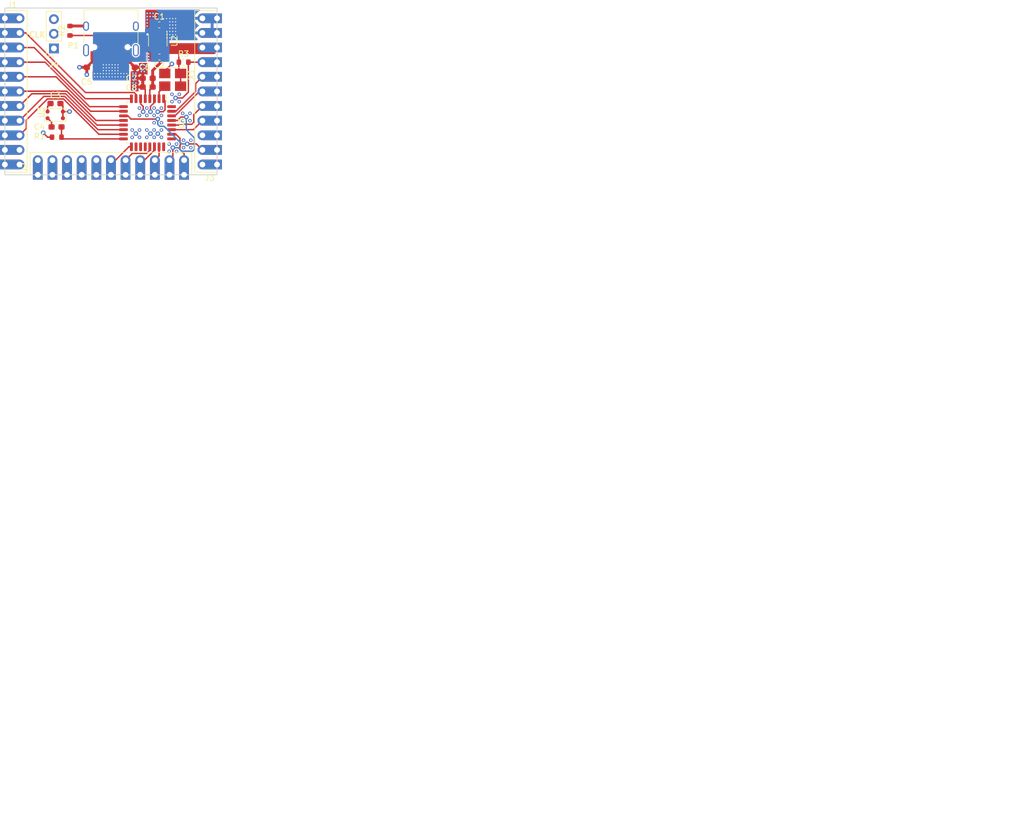
<source format=kicad_pcb>
(kicad_pcb (version 20171130) (host pcbnew 5.1.12-84ad8e8a86~92~ubuntu20.04.1)
  (layers (0 F.Cu signal) (1 In1.Cu power) (2 In2.Cu power hide) (31 B.Cu mixed) (34 B.Paste user) (35 F.Paste user) (36 B.SilkS user) (37 F.SilkS user) (38 B.Mask user) (39 F.Mask user) (44 Edge.Cuts user))
  (net 0 "")
  (net 1 /SPI2_SCK)
  (net 2 /UART_RX)
  (net 3 /I2C1_SCL)
  (net 4 /SYS_WAKEUP)
  (net 5 GND)
  (net 6 /UART_RTS)
  (net 7 /GPIO_0)
  (net 8 /SYS_SWCLK)
  (net 9 /SYS_SWDIO)
  (net 10 /I2C2_SDA)
  (net 11 /I2C2_SCL)
  (net 12 /SPI2_MOSI)
  (net 13 /GPIO_2)
  (net 14 /UART_TX)
  (net 15 /SPI2_NSS)
  (net 16 /SPI2_MISO)
  (net 17 /ADC_IN)
  (net 18 /SPI1_NSS)
  (net 19 /SPI1_MOSI)
  (net 20 /SPI1_MISO)
  (net 21 /SPI1_SCK)
  (net 22 /DMX_RX)
  (net 23 /DMX_TX)
  (net 24 /DMX_RTS)
  (net 25 /NRST)
  (net 26 /GPIO_1)
  (net 27 /OSC_IN)
  (net 28 /I2C1_SDA)
  (net 29 +5V)
  (net 30 +3V3)
  (net 31 /DMX_CTS)
  (net 32 /UART_CTS)
  (net 33 "Net-(P1-PadA7)")
  (net 34 "Net-(P1-PadB5)")
  (net 35 "Net-(P1-PadA6)")
  (net 36 "Net-(U2-Pad4)")
  (net 37 /MIC_OUT)
  (net 38 /MIC_MCU)
  (net 39 /USB_CC_pull)
  (module Connector_PinSocket_2.54mm:PinSocket_1x03_P2.54mm_Vertical (layer F.Cu) (at -9.906 -19.4056 180)
    (fp_text reference J4 (at 0 -2.77) (layer F.SilkS))
    (fp_text value Conn_01x03)
    (pad 3 thru_hole oval (at 0 5.08 180) (size 1.7 1.7) (drill 1) (layers *.Cu *.Mask) (net 5 GND))
    (pad 2 thru_hole oval (at 0 2.54 180) (size 1.7 1.7) (drill 1) (layers *.Cu *.Mask) (net 8 /SYS_SWCLK))
    (pad 1 thru_hole rect (at 0 0 180) (size 1.7 1.7) (drill 1) (layers *.Cu *.Mask) (net 9 /SYS_SWDIO))
  )
  (module Package_QFP:LQFP-32_7x7mm_P0.8mm (layer F.Cu) (at 6.35 -6.493 270)
    (fp_text reference U1 (at 0 -5.88 90) (layer F.SilkS))
    (fp_text value STM32G030K6T)
    (pad 32 smd roundrect (at -2.8 -4.175 270) (size 0.5 1.5) (layers F.Cu F.Paste F.Mask) (net 1 /SPI2_SCK))
    (pad 31 smd roundrect (at -2 -4.175 270) (size 0.5 1.5) (layers F.Cu F.Paste F.Mask) (net 2 /UART_RX))
    (pad 30 smd roundrect (at -1.2 -4.175 270) (size 0.5 1.5) (layers F.Cu F.Paste F.Mask) (net 14 /UART_TX))
    (pad 29 smd roundrect (at -0.4 -4.175 270) (size 0.5 1.5) (layers F.Cu F.Paste F.Mask) (net 4 /SYS_WAKEUP))
    (pad 28 smd roundrect (at 0.4 -4.175 270) (size 0.5 1.5) (layers F.Cu F.Paste F.Mask) (net 32 /UART_CTS))
    (pad 27 smd roundrect (at 1.2 -4.175 270) (size 0.5 1.5) (layers F.Cu F.Paste F.Mask) (net 6 /UART_RTS))
    (pad 26 smd roundrect (at 2 -4.175 270) (size 0.5 1.5) (layers F.Cu F.Paste F.Mask) (net 7 /GPIO_0))
    (pad 25 smd roundrect (at 2.8 -4.175 270) (size 0.5 1.5) (layers F.Cu F.Paste F.Mask) (net 8 /SYS_SWCLK))
    (pad 24 smd roundrect (at 4.175 -2.8 270) (size 1.5 0.5) (layers F.Cu F.Paste F.Mask) (net 9 /SYS_SWDIO))
    (pad 23 smd roundrect (at 4.175 -2 270) (size 1.5 0.5) (layers F.Cu F.Paste F.Mask) (net 10 /I2C2_SDA))
    (pad 22 smd roundrect (at 4.175 -1.2 270) (size 1.5 0.5) (layers F.Cu F.Paste F.Mask) (net 11 /I2C2_SCL))
    (pad 21 smd roundrect (at 4.175 -0.4 270) (size 1.5 0.5) (layers F.Cu F.Paste F.Mask) (net 12 /SPI2_MOSI))
    (pad 20 smd roundrect (at 4.175 0.4 270) (size 1.5 0.5) (layers F.Cu F.Paste F.Mask) (net 13 /GPIO_2))
    (pad 19 smd roundrect (at 4.175 1.2 270) (size 1.5 0.5) (layers F.Cu F.Paste F.Mask) (net 3 /I2C1_SCL))
    (pad 18 smd roundrect (at 4.175 2 270) (size 1.5 0.5) (layers F.Cu F.Paste F.Mask) (net 15 /SPI2_NSS))
    (pad 17 smd roundrect (at 4.175 2.8 270) (size 1.5 0.5) (layers F.Cu F.Paste F.Mask) (net 16 /SPI2_MISO))
    (pad 16 smd roundrect (at 2.8 4.175 270) (size 0.5 1.5) (layers F.Cu F.Paste F.Mask) (net 38 /MIC_MCU))
    (pad 15 smd roundrect (at 2 4.175 270) (size 0.5 1.5) (layers F.Cu F.Paste F.Mask) (net 18 /SPI1_NSS))
    (pad 14 smd roundrect (at 1.2 4.175 270) (size 0.5 1.5) (layers F.Cu F.Paste F.Mask) (net 19 /SPI1_MOSI))
    (pad 13 smd roundrect (at 0.4 4.175 270) (size 0.5 1.5) (layers F.Cu F.Paste F.Mask) (net 20 /SPI1_MISO))
    (pad 12 smd roundrect (at -0.4 4.175 270) (size 0.5 1.5) (layers F.Cu F.Paste F.Mask) (net 21 /SPI1_SCK))
    (pad 11 smd roundrect (at -1.2 4.175 270) (size 0.5 1.5) (layers F.Cu F.Paste F.Mask) (net 17 /ADC_IN))
    (pad 10 smd roundrect (at -2 4.175 270) (size 0.5 1.5) (layers F.Cu F.Paste F.Mask) (net 22 /DMX_RX))
    (pad 9 smd roundrect (at -2.8 4.175 270) (size 0.5 1.5) (layers F.Cu F.Paste F.Mask) (net 23 /DMX_TX))
    (pad 8 smd roundrect (at -4.175 2.8 270) (size 1.5 0.5) (layers F.Cu F.Paste F.Mask) (net 24 /DMX_RTS))
    (pad 7 smd roundrect (at -4.175 2 270) (size 1.5 0.5) (layers F.Cu F.Paste F.Mask) (net 31 /DMX_CTS))
    (pad 6 smd roundrect (at -4.175 1.2 270) (size 1.5 0.5) (layers F.Cu F.Paste F.Mask) (net 25 /NRST))
    (pad 5 smd roundrect (at -4.175 0.4 270) (size 1.5 0.5) (layers F.Cu F.Paste F.Mask) (net 5 GND))
    (pad 4 smd roundrect (at -4.175 -0.4 270) (size 1.5 0.5) (layers F.Cu F.Paste F.Mask) (net 30 +3V3))
    (pad 3 smd roundrect (at -4.175 -1.2 270) (size 1.5 0.5) (layers F.Cu F.Paste F.Mask) (net 26 /GPIO_1))
    (pad 2 smd roundrect (at -4.175 -2 270) (size 1.5 0.5) (layers F.Cu F.Paste F.Mask) (net 27 /OSC_IN))
    (pad 1 smd roundrect (at -4.175 -2.8 270) (size 1.5 0.5) (layers F.Cu F.Paste F.Mask) (net 28 /I2C1_SDA))
  )
  (module Oscillator:Oscillator_SMD_Abracon_ASE-4Pin_3.2x2.5mm_HandSoldering (layer F.Cu) (at 10.7154 -13.9524 180)
    (fp_text reference X1 (at -3.2546 0.932 90) (layer F.SilkS))
    (fp_text value CJO05-080003320B30)
    (pad 4 smd rect (at -1.375 -1.1 180) (size 1.95 1.65) (layers F.Cu F.Paste F.Mask) (net 30 +3V3))
    (pad 3 smd rect (at 1.375 -1.1 180) (size 1.95 1.65) (layers F.Cu F.Paste F.Mask) (net 27 /OSC_IN))
    (pad 2 smd rect (at 1.375 1.1 180) (size 1.95 1.65) (layers F.Cu F.Paste F.Mask) (net 5 GND))
    (pad 1 smd rect (at -1.375 1.1 180) (size 1.95 1.65) (layers F.Cu F.Paste F.Mask) (net 30 +3V3))
  )
  (module Capacitor_SMD:C_0603_1608Metric_Pad1.08x0.95mm_HandSolder (layer F.Cu) (at 6.3765 -12.7)
    (fp_text reference C8 (at -2.8205 0.127) (layer F.SilkS))
    (fp_text value 100n)
    (pad 2 smd roundrect (at 0.8625 0) (size 1.075 0.95) (layers F.Cu F.Paste F.Mask) (net 30 +3V3))
    (pad 1 smd roundrect (at -0.8625 0) (size 1.075 0.95) (layers F.Cu F.Paste F.Mask) (net 5 GND))
  )
  (module Capacitor_SMD:C_0603_1608Metric_Pad1.08x0.95mm_HandSolder (layer F.Cu) (at 6.3765 -14.224 180)
    (fp_text reference C7 (at 2.8205 0) (layer F.SilkS))
    (fp_text value 4.7u)
    (pad 2 smd roundrect (at 0.8625 0 180) (size 1.075 0.95) (layers F.Cu F.Paste F.Mask) (net 5 GND))
    (pad 1 smd roundrect (at -0.8625 0 180) (size 1.075 0.95) (layers F.Cu F.Paste F.Mask) (net 30 +3V3))
  )
  (module Resistor_SMD:R_0603_1608Metric (layer F.Cu) (at 12.6106 -17.018)
    (fp_text reference R3 (at 0 -1.43) (layer F.SilkS))
    (fp_text value 5k1)
    (pad 2 smd roundrect (at 0.825 0) (size 0.8 0.95) (layers F.Cu F.Paste F.Mask) (net 25 /NRST))
    (pad 1 smd roundrect (at -0.825 0) (size 0.8 0.95) (layers F.Cu F.Paste F.Mask) (net 30 +3V3))
  )
  (module Resistor_SMD:R_0603_1608Metric (layer F.Cu) (at -7.112 -22.479 90)
    (fp_text reference R2 (at 0 -1.43 90) (layer F.SilkS))
    (fp_text value 5k1)
    (pad 2 smd roundrect (at 0.825 0 90) (size 0.8 0.95) (layers F.Cu F.Paste F.Mask) (net 5 GND))
    (pad 1 smd roundrect (at -0.825 0 90) (size 0.8 0.95) (layers F.Cu F.Paste F.Mask) (net 39 /USB_CC_pull))
  )
  (module Capacitor_SMD:C_0603_1608Metric_Pad1.08x0.95mm_HandSolder (layer F.Cu) (at 3.2755 -16.129)
    (fp_text reference C6 (at 2.5665 0) (layer F.SilkS))
    (fp_text value 4.7u)
    (pad 2 smd roundrect (at 0.8625 0) (size 1.075 0.95) (layers F.Cu F.Paste F.Mask) (net 5 GND))
    (pad 1 smd roundrect (at -0.8625 0) (size 1.075 0.95) (layers F.Cu F.Paste F.Mask) (net 29 +5V))
  )
  (module Capacitor_SMD:C_0603_1608Metric_Pad1.08x0.95mm_HandSolder (layer F.Cu) (at -3.3285 -16.129 180)
    (fp_text reference C5 (at 0.8879 -2.5146) (layer F.SilkS))
    (fp_text value 4.7u)
    (pad 2 smd roundrect (at 0.8625 0 180) (size 1.075 0.95) (layers F.Cu F.Paste F.Mask) (net 5 GND))
    (pad 1 smd roundrect (at -0.8625 0 180) (size 1.075 0.95) (layers F.Cu F.Paste F.Mask) (net 29 +5V))
  )
  (module Resistor_SMD:R_0603_1608Metric (layer F.Cu) (at -9.4102 -3.9878 180)
    (fp_text reference R1 (at 2.985 0.127) (layer F.SilkS))
    (fp_text value 100k)
    (pad 2 smd roundrect (at 0.825 0 180) (size 0.8 0.95) (layers F.Cu F.Paste F.Mask) (net 5 GND))
    (pad 1 smd roundrect (at -0.825 0 180) (size 0.8 0.95) (layers F.Cu F.Paste F.Mask) (net 38 /MIC_MCU))
  )
  (module Skrooter:AP3722AT (layer F.Cu) (at -10.9982 -8.4328 90)
    (fp_text reference U3 (at -0.127 -1.143 90) (layer F.SilkS))
    (fp_text value AP3722AT)
    (pad 4 smd circle (at -1.15 0 90) (size 0.7 0.7) (layers F.Cu F.Paste F.Mask) (net 37 /MIC_OUT))
    (pad 3 smd circle (at -1.15 2.66 90) (size 0.7 0.7) (layers F.Cu F.Paste F.Mask) (net 5 GND))
    (pad 2 smd circle (at 0 2.66 90) (size 0.7 0.7) (layers F.Cu F.Paste F.Mask) (net 5 GND))
    (pad 1 smd circle (at 0 0 90) (size 0.7 0.7) (layers F.Cu F.Paste F.Mask) (net 30 +3V3))
  )
  (module Capacitor_SMD:C_0603_1608Metric_Pad1.08x0.95mm_HandSolder (layer F.Cu) (at -9.4477 -5.7658 180)
    (fp_text reference C4 (at 2.9475 0) (layer F.SilkS))
    (fp_text value 100n)
    (pad 2 smd roundrect (at 0.8625 0 180) (size 1.075 0.95) (layers F.Cu F.Paste F.Mask) (net 37 /MIC_OUT))
    (pad 1 smd roundrect (at -0.8625 0 180) (size 1.075 0.95) (layers F.Cu F.Paste F.Mask) (net 38 /MIC_MCU))
  )
  (module Capacitor_SMD:C_0603_1608Metric_Pad1.08x0.95mm_HandSolder (layer F.Cu) (at -9.6277 -9.8298)
    (fp_text reference C3 (at 0 -1.43) (layer F.SilkS))
    (fp_text value 100n)
    (pad 2 smd roundrect (at 0.8625 0) (size 1.075 0.95) (layers F.Cu F.Paste F.Mask) (net 5 GND))
    (pad 1 smd roundrect (at -0.8625 0) (size 1.075 0.95) (layers F.Cu F.Paste F.Mask) (net 30 +3V3))
  )
  (module Skrooter:Castillation_11_P2.54mm (layer F.Cu) (at 18.415 0.762 180)
    (fp_text reference J3 (at 1.27 -2.33 180) (layer F.SilkS))
    (fp_text value Conn_02x11_Odd_Even)
    (pad 11 thru_hole oval (at 2.54 25.4 180) (size 1.7 1.7) (drill 1) (layers *.Cu *.Mask) (net 29 +5V))
    (pad 11 thru_hole rect (at 0 25.4 180) (size 3.39 1.7) (drill 1 (offset 0.85 0)) (layers *.Cu *.Mask) (net 29 +5V))
    (pad 10 thru_hole oval (at 2.54 22.86 180) (size 1.7 1.7) (drill 1) (layers *.Cu *.Mask) (net 29 +5V))
    (pad 10 thru_hole rect (at 0 22.86 180) (size 3.39 1.7) (drill 1 (offset 0.85 0)) (layers *.Cu *.Mask) (net 29 +5V))
    (pad 9 thru_hole oval (at 2.54 20.32 180) (size 1.7 1.7) (drill 1) (layers *.Cu *.Mask) (net 30 +3V3))
    (pad 9 thru_hole rect (at 0 20.32 180) (size 3.39 1.7) (drill 1 (offset 0.85 0)) (layers *.Cu *.Mask) (net 30 +3V3))
    (pad 8 thru_hole oval (at 2.54 17.78 180) (size 1.7 1.7) (drill 1) (layers *.Cu *.Mask) (net 25 /NRST))
    (pad 8 thru_hole rect (at 0 17.78 180) (size 3.39 1.7) (drill 1 (offset 0.85 0)) (layers *.Cu *.Mask) (net 25 /NRST))
    (pad 7 thru_hole oval (at 2.54 15.24 180) (size 1.7 1.7) (drill 1) (layers *.Cu *.Mask) (net 2 /UART_RX))
    (pad 7 thru_hole rect (at 0 15.24 180) (size 3.39 1.7) (drill 1 (offset 0.85 0)) (layers *.Cu *.Mask) (net 2 /UART_RX))
    (pad 6 thru_hole oval (at 2.54 12.7 270) (size 1.7 1.7) (drill 1) (layers *.Cu *.Mask) (net 14 /UART_TX))
    (pad 6 thru_hole rect (at 0 12.7 180) (size 3.39 1.7) (drill 1 (offset 0.85 0)) (layers *.Cu *.Mask) (net 14 /UART_TX))
    (pad 5 thru_hole oval (at 2.54 10.16 180) (size 1.7 1.7) (drill 1) (layers *.Cu *.Mask) (net 32 /UART_CTS))
    (pad 5 thru_hole rect (at 0 10.16 180) (size 3.39 1.7) (drill 1 (offset 0.85 0)) (layers *.Cu *.Mask) (net 32 /UART_CTS))
    (pad 4 thru_hole oval (at 2.54 7.62 180) (size 1.7 1.7) (drill 1) (layers *.Cu *.Mask) (net 6 /UART_RTS))
    (pad 4 thru_hole rect (at 0 7.62 180) (size 3.39 1.7) (drill 1 (offset 0.85 0)) (layers *.Cu *.Mask) (net 6 /UART_RTS))
    (pad 3 thru_hole oval (at 2.54 5.08 180) (size 1.7 1.7) (drill 1) (layers *.Cu *.Mask) (net 5 GND))
    (pad 3 thru_hole rect (at 0 5.08 180) (size 3.39 1.7) (drill 1 (offset 0.85 0)) (layers *.Cu *.Mask) (net 5 GND))
    (pad 2 thru_hole oval (at 2.54 2.54 180) (size 1.7 1.7) (drill 1) (layers *.Cu *.Mask) (net 17 /ADC_IN))
    (pad 2 thru_hole rect (at 0 2.54 180) (size 3.39 1.7) (drill 1 (offset 0.85 0)) (layers *.Cu *.Mask) (net 17 /ADC_IN))
    (pad 1 thru_hole oval (at 2.54 0 180) (size 1.7 1.7) (drill 1) (layers *.Cu *.Mask) (net 5 GND))
    (pad 1 thru_hole rect (at 0 0 180) (size 3.39 1.7) (drill 1 (offset 0.85 0)) (layers *.Cu *.Mask) (net 5 GND))
  )
  (module Skrooter:Castillation_11_P2.54mm (layer F.Cu) (at -12.7 2.54 90)
    (fp_text reference J2 (at 1.27 -2.33 90) (layer F.SilkS))
    (fp_text value Conn_02x11_Odd_Even)
    (pad 11 thru_hole oval (at 2.54 25.4 90) (size 1.7 1.7) (drill 1) (layers *.Cu *.Mask) (net 7 /GPIO_0))
    (pad 11 thru_hole rect (at 0 25.4 90) (size 3.39 1.7) (drill 1 (offset 0.85 0)) (layers *.Cu *.Mask) (net 7 /GPIO_0))
    (pad 10 thru_hole oval (at 2.54 22.86 90) (size 1.7 1.7) (drill 1) (layers *.Cu *.Mask) (net 4 /SYS_WAKEUP))
    (pad 10 thru_hole rect (at 0 22.86 90) (size 3.39 1.7) (drill 1 (offset 0.85 0)) (layers *.Cu *.Mask) (net 4 /SYS_WAKEUP))
    (pad 9 thru_hole oval (at 2.54 20.32 90) (size 1.7 1.7) (drill 1) (layers *.Cu *.Mask) (net 10 /I2C2_SDA))
    (pad 9 thru_hole rect (at 0 20.32 90) (size 3.39 1.7) (drill 1 (offset 0.85 0)) (layers *.Cu *.Mask) (net 10 /I2C2_SDA))
    (pad 8 thru_hole oval (at 2.54 17.78 90) (size 1.7 1.7) (drill 1) (layers *.Cu *.Mask) (net 11 /I2C2_SCL))
    (pad 8 thru_hole rect (at 0 17.78 90) (size 3.39 1.7) (drill 1 (offset 0.85 0)) (layers *.Cu *.Mask) (net 11 /I2C2_SCL))
    (pad 7 thru_hole oval (at 2.54 15.24 90) (size 1.7 1.7) (drill 1) (layers *.Cu *.Mask) (net 12 /SPI2_MOSI))
    (pad 7 thru_hole rect (at 0 15.24 90) (size 3.39 1.7) (drill 1 (offset 0.85 0)) (layers *.Cu *.Mask) (net 12 /SPI2_MOSI))
    (pad 6 thru_hole oval (at 2.54 12.7 180) (size 1.7 1.7) (drill 1) (layers *.Cu *.Mask) (net 16 /SPI2_MISO))
    (pad 6 thru_hole rect (at 0 12.7 90) (size 3.39 1.7) (drill 1 (offset 0.85 0)) (layers *.Cu *.Mask) (net 16 /SPI2_MISO))
    (pad 5 thru_hole oval (at 2.54 10.16 90) (size 1.7 1.7) (drill 1) (layers *.Cu *.Mask) (net 15 /SPI2_NSS))
    (pad 5 thru_hole rect (at 0 10.16 90) (size 3.39 1.7) (drill 1 (offset 0.85 0)) (layers *.Cu *.Mask) (net 15 /SPI2_NSS))
    (pad 4 thru_hole oval (at 2.54 7.62 90) (size 1.7 1.7) (drill 1) (layers *.Cu *.Mask) (net 1 /SPI2_SCK))
    (pad 4 thru_hole rect (at 0 7.62 90) (size 3.39 1.7) (drill 1 (offset 0.85 0)) (layers *.Cu *.Mask) (net 1 /SPI2_SCK))
    (pad 3 thru_hole oval (at 2.54 5.08 90) (size 1.7 1.7) (drill 1) (layers *.Cu *.Mask) (net 28 /I2C1_SDA))
    (pad 3 thru_hole rect (at 0 5.08 90) (size 3.39 1.7) (drill 1 (offset 0.85 0)) (layers *.Cu *.Mask) (net 28 /I2C1_SDA))
    (pad 2 thru_hole oval (at 2.54 2.54 90) (size 1.7 1.7) (drill 1) (layers *.Cu *.Mask) (net 3 /I2C1_SCL))
    (pad 2 thru_hole rect (at 0 2.54 90) (size 3.39 1.7) (drill 1 (offset 0.85 0)) (layers *.Cu *.Mask) (net 3 /I2C1_SCL))
    (pad 1 thru_hole oval (at 2.54 0 90) (size 1.7 1.7) (drill 1) (layers *.Cu *.Mask) (net 5 GND))
    (pad 1 thru_hole rect (at 0 0 90) (size 3.39 1.7) (drill 1 (offset 0.85 0)) (layers *.Cu *.Mask) (net 5 GND))
  )
  (module Skrooter:Castillation_11_P2.54mm (layer F.Cu) (at -18.415 -24.638)
    (fp_text reference J1 (at 1.27 -2.33) (layer F.SilkS))
    (fp_text value Conn_02x11_Odd_Even)
    (pad 11 thru_hole oval (at 2.54 25.4) (size 1.7 1.7) (drill 1) (layers *.Cu *.Mask) (net 26 /GPIO_1))
    (pad 11 thru_hole rect (at 0 25.4) (size 3.39 1.7) (drill 1 (offset 0.85 0)) (layers *.Cu *.Mask) (net 26 /GPIO_1))
    (pad 10 thru_hole oval (at 2.54 22.86) (size 1.7 1.7) (drill 1) (layers *.Cu *.Mask) (net 13 /GPIO_2))
    (pad 10 thru_hole rect (at 0 22.86) (size 3.39 1.7) (drill 1 (offset 0.85 0)) (layers *.Cu *.Mask) (net 13 /GPIO_2))
    (pad 9 thru_hole oval (at 2.54 20.32) (size 1.7 1.7) (drill 1) (layers *.Cu *.Mask) (net 18 /SPI1_NSS))
    (pad 9 thru_hole rect (at 0 20.32) (size 3.39 1.7) (drill 1 (offset 0.85 0)) (layers *.Cu *.Mask) (net 18 /SPI1_NSS))
    (pad 8 thru_hole oval (at 2.54 17.78) (size 1.7 1.7) (drill 1) (layers *.Cu *.Mask) (net 19 /SPI1_MOSI))
    (pad 8 thru_hole rect (at 0 17.78) (size 3.39 1.7) (drill 1 (offset 0.85 0)) (layers *.Cu *.Mask) (net 19 /SPI1_MOSI))
    (pad 7 thru_hole oval (at 2.54 15.24) (size 1.7 1.7) (drill 1) (layers *.Cu *.Mask) (net 20 /SPI1_MISO))
    (pad 7 thru_hole rect (at 0 15.24) (size 3.39 1.7) (drill 1 (offset 0.85 0)) (layers *.Cu *.Mask) (net 20 /SPI1_MISO))
    (pad 6 thru_hole oval (at 2.54 12.7 90) (size 1.7 1.7) (drill 1) (layers *.Cu *.Mask) (net 21 /SPI1_SCK))
    (pad 6 thru_hole rect (at 0 12.7) (size 3.39 1.7) (drill 1 (offset 0.85 0)) (layers *.Cu *.Mask) (net 21 /SPI1_SCK))
    (pad 5 thru_hole oval (at 2.54 10.16) (size 1.7 1.7) (drill 1) (layers *.Cu *.Mask) (net 22 /DMX_RX))
    (pad 5 thru_hole rect (at 0 10.16) (size 3.39 1.7) (drill 1 (offset 0.85 0)) (layers *.Cu *.Mask) (net 22 /DMX_RX))
    (pad 4 thru_hole oval (at 2.54 7.62) (size 1.7 1.7) (drill 1) (layers *.Cu *.Mask) (net 23 /DMX_TX))
    (pad 4 thru_hole rect (at 0 7.62) (size 3.39 1.7) (drill 1 (offset 0.85 0)) (layers *.Cu *.Mask) (net 23 /DMX_TX))
    (pad 3 thru_hole oval (at 2.54 5.08) (size 1.7 1.7) (drill 1) (layers *.Cu *.Mask) (net 24 /DMX_RTS))
    (pad 3 thru_hole rect (at 0 5.08) (size 3.39 1.7) (drill 1 (offset 0.85 0)) (layers *.Cu *.Mask) (net 24 /DMX_RTS))
    (pad 2 thru_hole oval (at 2.54 2.54) (size 1.7 1.7) (drill 1) (layers *.Cu *.Mask) (net 31 /DMX_CTS))
    (pad 2 thru_hole rect (at 0 2.54) (size 3.39 1.7) (drill 1 (offset 0.85 0)) (layers *.Cu *.Mask) (net 31 /DMX_CTS))
    (pad 1 thru_hole oval (at 2.54 0) (size 1.7 1.7) (drill 1) (layers *.Cu *.Mask) (net 5 GND))
    (pad 1 thru_hole rect (at 0 0) (size 3.39 1.7) (drill 1 (offset 0.85 0)) (layers *.Cu *.Mask) (net 5 GND))
  )
  (module Package_TO_SOT_SMD:SOT-23-5 (layer F.Cu) (at 8.128 -20.701 270)
    (fp_text reference U2 (at 0 -2.9 90) (layer F.SilkS))
    (fp_text value LP5907MFX-3.3)
    (pad 5 smd rect (at 1.1 -0.95 270) (size 1.06 0.65) (layers F.Cu F.Paste F.Mask) (net 30 +3V3))
    (pad 4 smd rect (at 1.1 0.95 270) (size 1.06 0.65) (layers F.Cu F.Paste F.Mask) (net 36 "Net-(U2-Pad4)"))
    (pad 3 smd rect (at -1.1 0.95 270) (size 1.06 0.65) (layers F.Cu F.Paste F.Mask) (net 29 +5V))
    (pad 2 smd rect (at -1.1 0 270) (size 1.06 0.65) (layers F.Cu F.Paste F.Mask) (net 5 GND))
    (pad 1 smd rect (at -1.1 -0.95 270) (size 1.06 0.65) (layers F.Cu F.Paste F.Mask) (net 29 +5V))
  )
  (module Connector_USB:USB_C_Receptacle_HRO_TYPE-C-31-M-12 (layer F.Cu) (at 0 -22.225 180)
    (fp_text reference P1 (at 6.5532 -2.3114) (layer F.SilkS))
    (fp_text value USB_C_Plug_USB2.0)
    (pad B1 smd rect (at 3.25 -4.045 180) (size 0.6 1.45) (layers F.Cu F.Paste F.Mask) (net 5 GND))
    (pad A9 smd rect (at 2.45 -4.045 180) (size 0.6 1.45) (layers F.Cu F.Paste F.Mask) (net 29 +5V))
    (pad B9 smd rect (at -2.45 -4.045 180) (size 0.6 1.45) (layers F.Cu F.Paste F.Mask) (net 29 +5V))
    (pad B12 smd rect (at -3.25 -4.045 180) (size 0.6 1.45) (layers F.Cu F.Paste F.Mask) (net 5 GND))
    (pad A1 smd rect (at -3.25 -4.045 180) (size 0.6 1.45) (layers F.Cu F.Paste F.Mask) (net 5 GND))
    (pad A4 smd rect (at -2.45 -4.045 180) (size 0.6 1.45) (layers F.Cu F.Paste F.Mask) (net 29 +5V))
    (pad B4 smd rect (at 2.45 -4.045 180) (size 0.6 1.45) (layers F.Cu F.Paste F.Mask) (net 29 +5V))
    (pad A12 smd rect (at 3.25 -4.045 180) (size 0.6 1.45) (layers F.Cu F.Paste F.Mask) (net 5 GND))
    (pad B8 smd rect (at -1.75 -4.045 180) (size 0.3 1.45) (layers F.Cu F.Paste F.Mask))
    (pad A5 smd rect (at -1.25 -4.045 180) (size 0.3 1.45) (layers F.Cu F.Paste F.Mask) (net 39 /USB_CC_pull))
    (pad B7 smd rect (at -0.75 -4.045 180) (size 0.3 1.45) (layers F.Cu F.Paste F.Mask))
    (pad A7 smd rect (at 0.25 -4.045 180) (size 0.3 1.45) (layers F.Cu F.Paste F.Mask) (net 33 "Net-(P1-PadA7)"))
    (pad B6 smd rect (at 0.75 -4.045 180) (size 0.3 1.45) (layers F.Cu F.Paste F.Mask))
    (pad A8 smd rect (at 1.25 -4.045 180) (size 0.3 1.45) (layers F.Cu F.Paste F.Mask))
    (pad B5 smd rect (at 1.75 -4.045 180) (size 0.3 1.45) (layers F.Cu F.Paste F.Mask) (net 34 "Net-(P1-PadB5)"))
    (pad A6 smd rect (at -0.25 -4.045 180) (size 0.3 1.45) (layers F.Cu F.Paste F.Mask) (net 35 "Net-(P1-PadA6)"))
    (pad S1 thru_hole oval (at 4.32 -3.13 180) (size 1 2.1) (drill oval 0.6 1.7) (layers *.Cu *.Mask) (net 5 GND))
    (pad S1 thru_hole oval (at -4.32 -3.13 180) (size 1 2.1) (drill oval 0.6 1.7) (layers *.Cu *.Mask) (net 5 GND))
    (pad "" np_thru_hole circle (at -2.89 -2.6 180) (size 0.65 0.65) (drill 0.65) (layers *.Cu *.Mask))
    (pad S1 thru_hole oval (at -4.32 1.05 180) (size 1 1.6) (drill oval 0.6 1.2) (layers *.Cu *.Mask) (net 5 GND))
    (pad "" np_thru_hole circle (at 2.89 -2.6 180) (size 0.65 0.65) (drill 0.65) (layers *.Cu *.Mask))
    (pad S1 thru_hole oval (at 4.32 1.05 180) (size 1 1.6) (drill oval 0.6 1.2) (layers *.Cu *.Mask) (net 5 GND))
  )
  (module Capacitor_SMD:C_0603_1608Metric_Pad1.08x0.95mm_HandSolder (layer F.Cu) (at 8.4085 -17.907 180)
    (fp_text reference C2 (at 0 -1.43) (layer F.SilkS))
    (fp_text value 1u)
    (pad 2 smd roundrect (at 0.8625 0 180) (size 1.075 0.95) (layers F.Cu F.Paste F.Mask) (net 5 GND))
    (pad 1 smd roundrect (at -0.8625 0 180) (size 1.075 0.95) (layers F.Cu F.Paste F.Mask) (net 30 +3V3))
  )
  (module Capacitor_SMD:C_0603_1608Metric_Pad1.08x0.95mm_HandSolder (layer F.Cu) (at 8.382 -23.495)
    (fp_text reference C1 (at 0 -1.43) (layer F.SilkS))
    (fp_text value 1u)
    (pad 2 smd roundrect (at 0.8625 0) (size 1.075 0.95) (layers F.Cu F.Paste F.Mask) (net 29 +5V))
    (pad 1 smd roundrect (at -0.8625 0) (size 1.075 0.95) (layers F.Cu F.Paste F.Mask) (net 5 GND))
  )
  (gr_text CLK (at -12.8016 -21.7932) (layer F.SilkS) (effects (font (size 1 1) (thickness 0.2))))
  (gr_line (start 18.415 -26.416) (end -18.415 -26.416) (layer Edge.Cuts) (width 0.15))
  (gr_line (start 18.415 2.54) (end 18.415 -26.416) (layer Edge.Cuts) (width 0.15))
  (gr_line (start -18.415 2.54) (end 18.415 2.54) (layer Edge.Cuts) (width 0.15))
  (gr_line (start -18.415 -26.416) (end -18.415 2.54) (layer Edge.Cuts) (width 0.15))
  (via (at 8.128 -4.5974) (size 0.8) (drill 0.4) (layers F.Cu B.Cu) (net 0))
  (via (at 6.858 -8.4074) (size 0.8) (drill 0.4) (layers F.Cu B.Cu) (net 26))
  (via (at 8.763 -9.0424) (size 0.6) (drill 0.3) (layers F.Cu B.Cu) (net 5))
  (via (at 7.493 -9.0424) (size 0.6) (drill 0.3) (layers F.Cu B.Cu) (net 5))
  (via (at 11.3792 -2.794) (size 0.6) (drill 0.3) (layers F.Cu B.Cu) (net 5))
  (via (at 11.3792 -1.524) (size 0.6) (drill 0.3) (layers F.Cu B.Cu) (net 5))
  (via (at 10.1092 -2.794) (size 0.6) (drill 0.3) (layers F.Cu B.Cu) (net 5))
  (via (at 10.1092 -1.524) (size 0.6) (drill 0.3) (layers F.Cu B.Cu) (net 5))
  (via (at 8.128 -8.4074) (size 0.8) (drill 0.4) (layers F.Cu B.Cu) (net 28))
  (via (at 4.953 -7.7724) (size 0.6) (drill 0.3) (layers F.Cu B.Cu) (net 5))
  (via (at 4.953 -9.0424) (size 0.6) (drill 0.3) (layers F.Cu B.Cu) (net 5))
  (via (at 6.223 -9.0424) (size 0.6) (drill 0.3) (layers F.Cu B.Cu) (net 5))
  (via (at 10.5918 -10.16) (size 0.6) (drill 0.3) (layers F.Cu B.Cu) (net 5))
  (via (at 10.5918 -11.43) (size 0.6) (drill 0.3) (layers F.Cu B.Cu) (net 5))
  (via (at 11.8618 -10.16) (size 0.6) (drill 0.3) (layers F.Cu B.Cu) (net 5))
  (via (at 11.8618 -11.43) (size 0.6) (drill 0.3) (layers F.Cu B.Cu) (net 5))
  (via (at 11.2268 -10.795) (size 0.8) (drill 0.4) (layers F.Cu B.Cu) (net 25))
  (via (at 5.588 -8.4074) (size 0.8) (drill 0.4) (layers F.Cu B.Cu) (net 25))
  (via (at 6.5532 -17.4752) (size 0.4) (drill 0.2) (layers F.Cu B.Cu) (net 5))
  (via (at 6.5532 -17.9832) (size 0.4) (drill 0.2) (layers F.Cu B.Cu) (net 5))
  (via (at 6.5532 -18.4912) (size 0.4) (drill 0.2) (layers F.Cu B.Cu) (net 5))
  (via (at 10.2108 -24.0284) (size 0.4) (drill 0.2) (layers F.Cu B.Cu) (net 29))
  (via (at 11.2268 -22.9108) (size 0.4) (drill 0.2) (layers F.Cu B.Cu) (net 29))
  (via (at 10.7188 -22.9108) (size 0.4) (drill 0.2) (layers F.Cu B.Cu) (net 29))
  (via (at 10.7188 -22.352) (size 0.4) (drill 0.2) (layers F.Cu B.Cu) (net 29))
  (via (at 10.7188 -21.7932) (size 0.4) (drill 0.2) (layers F.Cu B.Cu) (net 29))
  (via (at 11.2268 -22.352) (size 0.4) (drill 0.2) (layers F.Cu B.Cu) (net 29))
  (via (at 11.2268 -21.7932) (size 0.4) (drill 0.2) (layers F.Cu B.Cu) (net 29))
  (via (at 11.2268 -24.5872) (size 0.4) (drill 0.2) (layers F.Cu B.Cu) (net 29))
  (via (at 10.7188 -24.5872) (size 0.4) (drill 0.2) (layers F.Cu B.Cu) (net 29))
  (via (at 10.7188 -24.0284) (size 0.4) (drill 0.2) (layers F.Cu B.Cu) (net 29))
  (via (at 10.7188 -23.4696) (size 0.4) (drill 0.2) (layers F.Cu B.Cu) (net 29))
  (via (at 11.2268 -24.0284) (size 0.4) (drill 0.2) (layers F.Cu B.Cu) (net 29))
  (via (at 11.2268 -23.4696) (size 0.4) (drill 0.2) (layers F.Cu B.Cu) (net 29))
  (via (at 10.2108 -22.9108) (size 0.4) (drill 0.2) (layers F.Cu B.Cu) (net 29))
  (via (at 10.2108 -23.4696) (size 0.4) (drill 0.2) (layers F.Cu B.Cu) (net 29))
  (via (at 10.2108 -22.352) (size 0.4) (drill 0.2) (layers F.Cu B.Cu) (net 29))
  (via (at 10.2108 -21.7932) (size 0.4) (drill 0.2) (layers F.Cu B.Cu) (net 29))
  (via (at 9.0932 -24.5872) (size 0.4) (drill 0.2) (layers F.Cu B.Cu) (net 29))
  (via (at 9.652 -24.5872) (size 0.4) (drill 0.2) (layers F.Cu B.Cu) (net 29))
  (via (at 10.2108 -24.5872) (size 0.4) (drill 0.2) (layers F.Cu B.Cu) (net 29))
  (via (at 10.2108 -21.2344) (size 0.4) (drill 0.2) (layers F.Cu B.Cu) (net 29))
  (via (at 10.7188 -21.2344) (size 0.4) (drill 0.2) (layers F.Cu B.Cu) (net 29))
  (via (at 11.2268 -21.2344) (size 0.4) (drill 0.2) (layers F.Cu B.Cu) (net 29))
  (via (at 9.7028 -21.2344) (size 0.4) (drill 0.2) (layers F.Cu B.Cu) (net 29))
  (via (at 9.7028 -21.7932) (size 0.4) (drill 0.2) (layers F.Cu B.Cu) (net 29))
  (via (at 9.7028 -22.352) (size 0.4) (drill 0.2) (layers F.Cu B.Cu) (net 29))
  (via (at 6.2992 -25.5016) (size 0.4) (drill 0.2) (layers F.Cu B.Cu) (net 5))
  (via (at 6.2992 -24.9428) (size 0.4) (drill 0.2) (layers F.Cu B.Cu) (net 5))
  (via (at 6.8072 -25.5016) (size 0.4) (drill 0.2) (layers F.Cu B.Cu) (net 5))
  (via (at 6.8072 -24.9428) (size 0.4) (drill 0.2) (layers F.Cu B.Cu) (net 5))
  (via (at 7.3152 -25.5016) (size 0.4) (drill 0.2) (layers F.Cu B.Cu) (net 5))
  (via (at 7.3152 -24.9428) (size 0.4) (drill 0.2) (layers F.Cu B.Cu) (net 5))
  (via (at 7.8232 -25.5016) (size 0.4) (drill 0.2) (layers F.Cu B.Cu) (net 5))
  (via (at 7.8232 -24.9428) (size 0.4) (drill 0.2) (layers F.Cu B.Cu) (net 5))
  (via (at 6.2992 -24.384) (size 0.4) (drill 0.2) (layers F.Cu B.Cu) (net 5))
  (via (at 6.2992 -23.8252) (size 0.4) (drill 0.2) (layers F.Cu B.Cu) (net 5))
  (via (at 6.2992 -23.2664) (size 0.4) (drill 0.2) (layers F.Cu B.Cu) (net 5))
  (via (at 3.81 -12.3444) (size 0.4) (drill 0.2) (layers F.Cu B.Cu) (net 5))
  (via (at 4.318 -12.3444) (size 0.4) (drill 0.2) (layers F.Cu B.Cu) (net 5))
  (via (at 4.318 -12.9032) (size 0.4) (drill 0.2) (layers F.Cu B.Cu) (net 5))
  (via (at 3.81 -12.9032) (size 0.4) (drill 0.2) (layers F.Cu B.Cu) (net 5))
  (via (at 3.81 -13.4112) (size 0.4) (drill 0.2) (layers F.Cu B.Cu) (net 5))
  (via (at 4.318 -13.4112) (size 0.4) (drill 0.2) (layers F.Cu B.Cu) (net 5))
  (via (at 4.318 -13.97) (size 0.4) (drill 0.2) (layers F.Cu B.Cu) (net 5))
  (via (at 3.81 -13.97) (size 0.4) (drill 0.2) (layers F.Cu B.Cu) (net 5))
  (via (at 3.81 -14.5288) (size 0.4) (drill 0.2) (layers F.Cu B.Cu) (net 5))
  (via (at 4.318 -14.5288) (size 0.4) (drill 0.2) (layers F.Cu B.Cu) (net 5))
  (via (at 4.318 -15.0876) (size 0.4) (drill 0.2) (layers F.Cu B.Cu) (net 5))
  (via (at 3.81 -15.0876) (size 0.4) (drill 0.2) (layers F.Cu B.Cu) (net 5))
  (via (at 1.2192 -15.5448) (size 0.4) (drill 0.2) (layers F.Cu B.Cu) (net 29))
  (via (at 1.2192 -16.5608) (size 0.4) (drill 0.2) (layers F.Cu B.Cu) (net 29))
  (via (at 1.2192 -16.0528) (size 0.4) (drill 0.2) (layers F.Cu B.Cu) (net 29))
  (via (at 2.7432 -14.478) (size 0.4) (drill 0.2) (layers F.Cu B.Cu) (net 29))
  (via (at 2.7432 -15.0368) (size 0.4) (drill 0.2) (layers F.Cu B.Cu) (net 29))
  (via (at -0.8128 -16.5608) (size 0.4) (drill 0.2) (layers F.Cu B.Cu) (net 29))
  (via (at -0.3048 -16.5608) (size 0.4) (drill 0.2) (layers F.Cu B.Cu) (net 29))
  (via (at 0.2032 -16.5608) (size 0.4) (drill 0.2) (layers F.Cu B.Cu) (net 29))
  (via (at 0.7112 -16.5608) (size 0.4) (drill 0.2) (layers F.Cu B.Cu) (net 29))
  (via (at 0.7112 -16.0528) (size 0.4) (drill 0.2) (layers F.Cu B.Cu) (net 29))
  (via (at -0.8128 -16.0528) (size 0.4) (drill 0.2) (layers F.Cu B.Cu) (net 29))
  (via (at 0.2032 -16.0528) (size 0.4) (drill 0.2) (layers F.Cu B.Cu) (net 29))
  (via (at -0.3048 -16.0528) (size 0.4) (drill 0.2) (layers F.Cu B.Cu) (net 29))
  (via (at -1.3208 -16.0528) (size 0.4) (drill 0.2) (layers F.Cu B.Cu) (net 29))
  (via (at 0.7112 -15.5448) (size 0.4) (drill 0.2) (layers F.Cu B.Cu) (net 29))
  (via (at -0.8128 -15.5448) (size 0.4) (drill 0.2) (layers F.Cu B.Cu) (net 29))
  (via (at 0.2032 -15.5448) (size 0.4) (drill 0.2) (layers F.Cu B.Cu) (net 29))
  (via (at -0.3048 -15.5448) (size 0.4) (drill 0.2) (layers F.Cu B.Cu) (net 29))
  (via (at -1.3208 -15.5448) (size 0.4) (drill 0.2) (layers F.Cu B.Cu) (net 29))
  (via (at -0.8128 -15.0368) (size 0.4) (drill 0.2) (layers F.Cu B.Cu) (net 29))
  (via (at -2.3368 -15.0368) (size 0.4) (drill 0.2) (layers F.Cu B.Cu) (net 29))
  (via (at -1.3208 -15.0368) (size 0.4) (drill 0.2) (layers F.Cu B.Cu) (net 29))
  (via (at -1.8288 -15.0368) (size 0.4) (drill 0.2) (layers F.Cu B.Cu) (net 29))
  (via (at -2.8448 -15.0368) (size 0.4) (drill 0.2) (layers F.Cu B.Cu) (net 29))
  (via (at 1.7272 -15.0368) (size 0.4) (drill 0.2) (layers F.Cu B.Cu) (net 29))
  (via (at 0.2032 -15.0368) (size 0.4) (drill 0.2) (layers F.Cu B.Cu) (net 29))
  (via (at 1.2192 -15.0368) (size 0.4) (drill 0.2) (layers F.Cu B.Cu) (net 29))
  (via (at 0.7112 -15.0368) (size 0.4) (drill 0.2) (layers F.Cu B.Cu) (net 29))
  (via (at -0.3048 -15.0368) (size 0.4) (drill 0.2) (layers F.Cu B.Cu) (net 29))
  (via (at -0.8128 -14.478) (size 0.4) (drill 0.2) (layers F.Cu B.Cu) (net 29))
  (via (at -2.3368 -14.478) (size 0.4) (drill 0.2) (layers F.Cu B.Cu) (net 29))
  (via (at -1.3208 -14.478) (size 0.4) (drill 0.2) (layers F.Cu B.Cu) (net 29))
  (via (at -1.8288 -14.478) (size 0.4) (drill 0.2) (layers F.Cu B.Cu) (net 29))
  (via (at -2.8448 -14.478) (size 0.4) (drill 0.2) (layers F.Cu B.Cu) (net 29))
  (via (at 1.7272 -14.478) (size 0.4) (drill 0.2) (layers F.Cu B.Cu) (net 29))
  (via (at 0.2032 -14.478) (size 0.4) (drill 0.2) (layers F.Cu B.Cu) (net 29))
  (via (at 1.2192 -14.478) (size 0.4) (drill 0.2) (layers F.Cu B.Cu) (net 29))
  (via (at 0.7112 -14.478) (size 0.4) (drill 0.2) (layers F.Cu B.Cu) (net 29))
  (via (at -0.3048 -14.478) (size 0.4) (drill 0.2) (layers F.Cu B.Cu) (net 29))
  (via (at 2.2352 -14.478) (size 0.4) (drill 0.2) (layers F.Cu B.Cu) (net 29))
  (via (at 2.2352 -15.0368) (size 0.4) (drill 0.2) (layers F.Cu B.Cu) (net 29))
  (segment (start 15.113 -14.478) (end 18.01499 -14.478) (width 0.25) (layer F.Cu) (net 2))
  (segment (start 14.699999 -13.302999) (end 15.875 -14.478) (width 0.25) (layer F.Cu) (net 2))
  (segment (start 14.699999 -11.917999) (end 14.699999 -13.302999) (width 0.25) (layer F.Cu) (net 2))
  (segment (start 11.275 -8.493) (end 14.699999 -11.917999) (width 0.25) (layer F.Cu) (net 2))
  (segment (start 10.525 -8.493) (end 11.275 -8.493) (width 0.25) (layer F.Cu) (net 2))
  (via (at 6.223 -5.2324) (size 0.6) (drill 0.3) (layers F.Cu B.Cu) (net 5))
  (via (at 6.223 -3.9624) (size 0.6) (drill 0.3) (layers F.Cu B.Cu) (net 5))
  (via (at 8.763 -5.2324) (size 0.6) (drill 0.3) (layers F.Cu B.Cu) (net 5))
  (via (at 7.493 -5.2324) (size 0.6) (drill 0.3) (layers F.Cu B.Cu) (net 5))
  (via (at 7.493 -3.9624) (size 0.6) (drill 0.3) (layers F.Cu B.Cu) (net 5))
  (via (at 8.763 -3.9624) (size 0.6) (drill 0.3) (layers F.Cu B.Cu) (net 5))
  (via (at 13.716 -6.858) (size 0.6) (drill 0.3) (layers F.Cu B.Cu) (net 5))
  (via (at 12.446 -8.128) (size 0.6) (drill 0.3) (layers F.Cu B.Cu) (net 5))
  (via (at 12.446 -6.858) (size 0.6) (drill 0.3) (layers F.Cu B.Cu) (net 5))
  (via (at 13.716 -8.128) (size 0.6) (drill 0.3) (layers F.Cu B.Cu) (net 5))
  (via (at 12.5984 -3.4544) (size 0.6) (drill 0.3) (layers F.Cu B.Cu) (net 5))
  (via (at 13.8684 -2.1844) (size 0.6) (drill 0.3) (layers F.Cu B.Cu) (net 5))
  (via (at 13.8684 -3.4544) (size 0.6) (drill 0.3) (layers F.Cu B.Cu) (net 5))
  (via (at 12.5984 -2.1844) (size 0.6) (drill 0.3) (layers F.Cu B.Cu) (net 5))
  (via (at 7.493 -7.7724) (size 0.6) (drill 0.3) (layers F.Cu B.Cu) (net 5))
  (via (at 8.763 -6.5024) (size 0.6) (drill 0.3) (layers F.Cu B.Cu) (net 5))
  (via (at 8.763 -7.7724) (size 0.6) (drill 0.3) (layers F.Cu B.Cu) (net 5))
  (via (at 7.493 -6.5024) (size 0.6) (drill 0.3) (layers F.Cu B.Cu) (net 5))
  (via (at 4.953 -5.2324) (size 0.6) (drill 0.3) (layers F.Cu B.Cu) (net 5))
  (via (at 3.683 -3.9624) (size 0.6) (drill 0.3) (layers F.Cu B.Cu) (net 5))
  (via (at 4.953 -3.9624) (size 0.6) (drill 0.3) (layers F.Cu B.Cu) (net 5))
  (via (at 3.683 -5.2324) (size 0.6) (drill 0.3) (layers F.Cu B.Cu) (net 5))
  (via (at -4.191 -14.859) (size 0.8) (drill 0.4) (layers F.Cu B.Cu) (net 5))
  (via (at -5.461 -16.129) (size 0.8) (drill 0.4) (layers F.Cu B.Cu) (net 5))
  (segment (start -8.3382 -9.4028) (end -8.7652 -9.8298) (width 0.25) (layer F.Cu) (net 5))
  (segment (start -8.3382 -8.4328) (end -8.3382 -9.4028) (width 0.25) (layer F.Cu) (net 5))
  (via (at -11.7602 -4.7498) (size 0.8) (drill 0.4) (layers F.Cu B.Cu) (net 5))
  (segment (start -10.9982 -3.9878) (end -11.7602 -4.7498) (width 0.25) (layer F.Cu) (net 5))
  (segment (start -10.2352 -3.9878) (end -10.9982 -3.9878) (width 0.25) (layer F.Cu) (net 5))
  (segment (start -8.3382 -7.2828) (end -8.3382 -8.4328) (width 0.25) (layer F.Cu) (net 5))
  (via (at -7.1882 -8.4328) (size 0.8) (drill 0.4) (layers F.Cu B.Cu) (net 5))
  (segment (start -8.3382 -8.4328) (end -7.1882 -8.4328) (width 0.25) (layer F.Cu) (net 5))
  (segment (start -3.25 -17.07) (end -4.191 -16.129) (width 0.5) (layer F.Cu) (net 5))
  (segment (start -3.25 -18.18) (end -3.25 -17.07) (width 0.5) (layer F.Cu) (net 5))
  (segment (start 3.25 -17.017) (end 4.138 -16.129) (width 0.5) (layer F.Cu) (net 5))
  (segment (start 3.25 -18.18) (end 3.25 -17.017) (width 0.5) (layer F.Cu) (net 5))
  (segment (start -4.349 -23.304) (end -4.32 -23.275) (width 0.5) (layer F.Cu) (net 5))
  (segment (start -7.112 -23.304) (end -4.349 -23.304) (width 0.5) (layer F.Cu) (net 5))
  (segment (start 5.95 -12.264) (end 5.514 -12.7) (width 0.25) (layer F.Cu) (net 5))
  (segment (start 5.95 -10.668) (end 5.95 -12.264) (width 0.25) (layer F.Cu) (net 5))
  (segment (start 5.514 -14.224) (end 5.514 -12.7) (width 0.25) (layer F.Cu) (net 5))
  (segment (start -4.191 -16.129) (end -5.461 -16.129) (width 0.5) (layer F.Cu) (net 5))
  (segment (start -4.191 -16.129) (end -4.191 -14.859) (width 0.5) (layer F.Cu) (net 5))
  (via (at 5.2832 -15.9512) (size 0.4) (drill 0.2) (layers F.Cu B.Cu) (net 5))
  (via (at 5.2832 -16.51) (size 0.4) (drill 0.2) (layers F.Cu B.Cu) (net 5))
  (via (at 5.7912 -15.9512) (size 0.4) (drill 0.2) (layers F.Cu B.Cu) (net 5))
  (via (at 5.2832 -15.3924) (size 0.4) (drill 0.2) (layers F.Cu B.Cu) (net 5))
  (via (at 5.7912 -15.3924) (size 0.4) (drill 0.2) (layers F.Cu B.Cu) (net 5))
  (via (at 5.7912 -16.51) (size 0.4) (drill 0.2) (layers F.Cu B.Cu) (net 5))
  (via (at 10.5664 -16.7132) (size 0.8) (drill 0.4) (layers F.Cu B.Cu) (net 5))
  (segment (start 9.3404 -15.4872) (end 10.5664 -16.7132) (width 0.25) (layer F.Cu) (net 5))
  (segment (start 9.3404 -15.0524) (end 9.3404 -15.4872) (width 0.25) (layer F.Cu) (net 5))
  (via (at 6.223 -7.7724) (size 0.6) (drill 0.3) (layers F.Cu B.Cu) (net 5))
  (via (at 13.081 -7.493) (size 0.8) (drill 0.4) (layers F.Cu B.Cu) (net 4))
  (segment (start 12.155998 -7.493) (end 13.081 -7.493) (width 0.25) (layer F.Cu) (net 4))
  (segment (start 11.555998 -6.893) (end 12.155998 -7.493) (width 0.25) (layer F.Cu) (net 4))
  (segment (start 10.525 -6.893) (end 11.555998 -6.893) (width 0.25) (layer F.Cu) (net 4))
  (segment (start 13.081 -7.493) (end 13.081 -5.268402) (width 0.25) (layer B.Cu) (net 4))
  (via (at 10.7442 -2.159) (size 0.8) (drill 0.4) (layers F.Cu B.Cu) (net 4))
  (segment (start 10.7442 -2.159) (end 10.7442 -0.5842) (width 0.25) (layer F.Cu) (net 4))
  (segment (start 10.7442 -0.5842) (end 10.16 0) (width 0.25) (layer F.Cu) (net 4))
  (segment (start 14.493401 -3.856001) (end 13.081 -5.268402) (width 0.25) (layer B.Cu) (net 4))
  (segment (start 14.493401 -1.884399) (end 14.493401 -3.856001) (width 0.25) (layer B.Cu) (net 4))
  (segment (start 12.298399 -1.559399) (end 14.168401 -1.559399) (width 0.25) (layer B.Cu) (net 4))
  (segment (start 11.698798 -2.159) (end 12.298399 -1.559399) (width 0.25) (layer B.Cu) (net 4))
  (segment (start 14.168401 -1.559399) (end 14.493401 -1.884399) (width 0.25) (layer B.Cu) (net 4))
  (segment (start 10.7442 -2.159) (end 11.698798 -2.159) (width 0.25) (layer B.Cu) (net 4))
  (segment (start 6.867999 -4.587401) (end 6.858 -4.5974) (width 0.25) (layer F.Cu) (net 13))
  (via (at 6.858 -4.5974) (size 0.8) (drill 0.4) (layers F.Cu B.Cu) (net 13))
  (segment (start 15.356412 -11.938) (end 15.875 -11.938) (width 0.25) (layer F.Cu) (net 14))
  (segment (start 11.111412 -7.693) (end 15.356412 -11.938) (width 0.25) (layer F.Cu) (net 14))
  (segment (start 10.525 -7.693) (end 11.111412 -7.693) (width 0.25) (layer F.Cu) (net 14))
  (via (at 4.318 -4.5974) (size 0.8) (drill 0.4) (layers F.Cu B.Cu) (net 0))
  (segment (start 4.35 -2.318) (end 4.318 -2.35) (width 0.25) (layer F.Cu) (net 15))
  (segment (start 7.62 -0.344998) (end 7.62 0) (width 0.25) (layer B.Cu) (net 10))
  (via (at 13.2334 -2.8194) (size 0.8) (drill 0.4) (layers F.Cu B.Cu) (net 17))
  (segment (start 3.392998 -7.1374) (end 7.202998 -7.1374) (width 0.25) (layer F.Cu) (net 17))
  (segment (start 2.938998 -7.693) (end 3.392998 -7.239) (width 0.25) (layer F.Cu) (net 17))
  (segment (start 2.175 -7.693) (end 2.938998 -7.693) (width 0.25) (layer F.Cu) (net 17))
  (segment (start 7.202998 -7.1374) (end 8.128 -7.1374) (width 0.25) (layer F.Cu) (net 17))
  (via (at 8.128 -7.1374) (size 0.8) (drill 0.4) (layers F.Cu B.Cu) (net 17))
  (segment (start 13.4356 -17.018) (end 15.875 -17.018) (width 0.25) (layer F.Cu) (net 25))
  (segment (start 13.4356 -11.812598) (end 13.4356 -17.018) (width 0.25) (layer F.Cu) (net 25))
  (segment (start 12.418002 -10.795) (end 13.4356 -11.812598) (width 0.25) (layer F.Cu) (net 25))
  (segment (start 11.2268 -10.795) (end 12.418002 -10.795) (width 0.25) (layer F.Cu) (net 25))
  (segment (start 5.588 -9.332402) (end 5.588 -8.4074) (width 0.25) (layer F.Cu) (net 25))
  (segment (start 5.15 -9.770402) (end 5.588 -9.332402) (width 0.25) (layer F.Cu) (net 25))
  (segment (start 5.15 -10.668) (end 5.15 -9.770402) (width 0.25) (layer F.Cu) (net 25))
  (segment (start 6.858 -9.332402) (end 6.858 -8.4074) (width 0.25) (layer F.Cu) (net 26))
  (segment (start 7.55 -10.024402) (end 6.858 -9.332402) (width 0.25) (layer F.Cu) (net 26))
  (segment (start 7.55 -10.668) (end 7.55 -10.024402) (width 0.25) (layer F.Cu) (net 26))
  (segment (start 8.35 -11.862) (end 9.3404 -12.8524) (width 0.25) (layer F.Cu) (net 27))
  (segment (start 8.35 -10.668) (end 8.35 -11.862) (width 0.25) (layer F.Cu) (net 27))
  (segment (start 9.053002 -8.4074) (end 8.128 -8.4074) (width 0.25) (layer F.Cu) (net 28))
  (segment (start 9.388001 -8.742399) (end 9.053002 -8.4074) (width 0.25) (layer F.Cu) (net 28))
  (segment (start 9.388001 -10.283599) (end 9.388001 -8.742399) (width 0.25) (layer F.Cu) (net 28))
  (segment (start 9.15 -10.5216) (end 9.388001 -10.283599) (width 0.25) (layer F.Cu) (net 28))
  (segment (start 9.15 -10.668) (end 9.15 -10.5216) (width 0.25) (layer F.Cu) (net 28))
  (segment (start -2.466 -16.129) (end -2.466 -16.203) (width 0.5) (layer F.Cu) (net 29))
  (segment (start -2.45 -16.145) (end -2.466 -16.129) (width 0.5) (layer F.Cu) (net 29))
  (segment (start -2.45 -18.18) (end -2.45 -16.145) (width 0.5) (layer F.Cu) (net 29))
  (segment (start 2.45 -16.166) (end 2.413 -16.129) (width 0.5) (layer F.Cu) (net 29))
  (segment (start 2.45 -18.18) (end 2.45 -16.166) (width 0.5) (layer F.Cu) (net 29))
  (via (at -1.3208 -16.5608) (size 0.4) (drill 0.2) (layers F.Cu B.Cu) (net 29))
  (via (at 6.35 -21.844) (size 0.8) (drill 0.4) (layers F.Cu B.Cu) (net 29))
  (segment (start 6.139 -21.801) (end 6.096 -21.844) (width 0.25) (layer F.Cu) (net 29))
  (segment (start 7.178 -21.801) (end 6.139 -21.801) (width 0.25) (layer F.Cu) (net 29))
  (segment (start -10.9982 -9.3218) (end -10.4902 -9.8298) (width 0.25) (layer F.Cu) (net 30))
  (segment (start -10.9982 -8.4328) (end -10.9982 -9.3218) (width 0.25) (layer F.Cu) (net 30))
  (segment (start 6.75 -12.211) (end 7.239 -12.7) (width 0.25) (layer F.Cu) (net 30))
  (segment (start 6.75 -10.668) (end 6.75 -12.211) (width 0.25) (layer F.Cu) (net 30))
  (segment (start 7.239 -12.7) (end 7.239 -14.224) (width 0.5) (layer F.Cu) (net 30))
  (segment (start 7.239 -14.224) (end 7.2644 -14.224) (width 0.5) (layer F.Cu) (net 30))
  (segment (start 11.7856 -17.018) (end 11.7856 -18.9992) (width 0.25) (layer F.Cu) (net 30))
  (segment (start 9.271 -17.907) (end 9.271 -17.593002) (width 0.5) (layer F.Cu) (net 30))
  (segment (start 7.239 -15.561002) (end 7.239 -14.224) (width 0.5) (layer F.Cu) (net 30))
  (segment (start 9.271 -17.593002) (end 7.239 -15.561002) (width 0.5) (layer F.Cu) (net 30))
  (segment (start 11.7856 -15.3572) (end 12.0904 -15.0524) (width 0.25) (layer F.Cu) (net 30))
  (segment (start 11.7856 -17.018) (end 11.7856 -15.3572) (width 0.25) (layer F.Cu) (net 30))
  (segment (start 12.0904 -15.0524) (end 12.0904 -12.8524) (width 0.25) (layer F.Cu) (net 30))
  (segment (start 4.02499 -11.74301) (end -4.42781 -11.74301) (width 0.25) (layer F.Cu) (net 31))
  (segment (start 4.35 -11.418) (end 4.02499 -11.74301) (width 0.25) (layer F.Cu) (net 31))
  (segment (start 4.35 -10.668) (end 4.35 -11.418) (width 0.25) (layer F.Cu) (net 31))
  (segment (start -14.7828 -22.098) (end -15.875 -22.098) (width 0.25) (layer F.Cu) (net 31))
  (segment (start -4.42781 -11.74301) (end -14.7828 -22.098) (width 0.25) (layer F.Cu) (net 31))
  (segment (start 15.84 -6.893) (end 15.875 -6.858) (width 0.25) (layer F.Cu) (net 6))
  (segment (start 15.249999 -6.232999) (end 15.875 -6.858) (width 0.25) (layer F.Cu) (net 6))
  (segment (start 14.31 -5.293) (end 15.875 -6.858) (width 0.25) (layer F.Cu) (net 6))
  (segment (start 10.525 -5.293) (end 14.31 -5.293) (width 0.25) (layer F.Cu) (net 6))
  (segment (start 12.7 -1.128202) (end 12.7 0) (width 0.25) (layer F.Cu) (net 7))
  (segment (start 11.973399 -1.854803) (end 12.7 -1.128202) (width 0.25) (layer F.Cu) (net 7))
  (segment (start 11.973399 -2.484401) (end 11.973399 -1.854803) (width 0.25) (layer F.Cu) (net 7))
  (segment (start 12.0396 -2.550602) (end 11.973399 -2.484401) (width 0.25) (layer F.Cu) (net 7))
  (segment (start 12.0396 -3.058602) (end 12.0396 -2.550602) (width 0.25) (layer F.Cu) (net 7))
  (segment (start 11.973399 -3.124803) (end 12.0396 -3.058602) (width 0.25) (layer F.Cu) (net 7))
  (segment (start 11.973399 -3.794601) (end 11.973399 -3.124803) (width 0.25) (layer F.Cu) (net 7))
  (segment (start 11.275 -4.493) (end 11.973399 -3.794601) (width 0.25) (layer F.Cu) (net 7))
  (segment (start 10.525 -4.493) (end 11.275 -4.493) (width 0.25) (layer F.Cu) (net 7))
  (segment (start 8.35 -0.73) (end 7.62 0) (width 0.25) (layer F.Cu) (net 10))
  (segment (start 8.35 -2.318) (end 8.35 -0.73) (width 0.25) (layer F.Cu) (net 10))
  (segment (start 5.818412 0) (end 5.08 0) (width 0.25) (layer F.Cu) (net 11))
  (segment (start 7.55 -1.731588) (end 5.818412 0) (width 0.25) (layer F.Cu) (net 11))
  (segment (start 7.55 -2.318) (end 7.55 -1.731588) (width 0.25) (layer F.Cu) (net 11))
  (segment (start 3.715001 -1.175001) (end 2.54 0) (width 0.25) (layer F.Cu) (net 12))
  (segment (start 6.193413 -1.175001) (end 3.715001 -1.175001) (width 0.25) (layer F.Cu) (net 12))
  (segment (start 6.75 -1.731588) (end 6.193413 -1.175001) (width 0.25) (layer F.Cu) (net 12))
  (segment (start 6.75 -2.318) (end 6.75 -1.731588) (width 0.25) (layer F.Cu) (net 12))
  (segment (start 0.800998 0) (end 0 0) (width 0.25) (layer F.Cu) (net 16))
  (segment (start 3.118998 -2.318) (end 0.800998 0) (width 0.25) (layer F.Cu) (net 16))
  (segment (start 3.55 -2.318) (end 3.118998 -2.318) (width 0.25) (layer F.Cu) (net 16))
  (segment (start 8.128 -6.212398) (end 8.128 -7.1374) (width 0.25) (layer B.Cu) (net 17))
  (segment (start 8.462999 -5.877399) (end 8.128 -6.212398) (width 0.25) (layer B.Cu) (net 17))
  (segment (start 9.220803 -5.877399) (end 8.462999 -5.877399) (width 0.25) (layer B.Cu) (net 17))
  (segment (start 12.278802 -2.8194) (end 9.220803 -5.877399) (width 0.25) (layer B.Cu) (net 17))
  (segment (start 13.2334 -2.8194) (end 12.278802 -2.8194) (width 0.25) (layer B.Cu) (net 17))
  (segment (start 14.8336 -2.8194) (end 15.875 -1.778) (width 0.25) (layer F.Cu) (net 17))
  (segment (start 13.2334 -2.8194) (end 14.8336 -2.8194) (width 0.25) (layer F.Cu) (net 17))
  (segment (start -14.699999 -5.493001) (end -15.875 -4.318) (width 0.25) (layer F.Cu) (net 18))
  (segment (start -14.699999 -6.953011) (end -14.699999 -5.493001) (width 0.25) (layer F.Cu) (net 18))
  (segment (start -11.0232 -10.62981) (end -14.699999 -6.953011) (width 0.25) (layer F.Cu) (net 18))
  (segment (start -8.2322 -10.62981) (end -11.0232 -10.62981) (width 0.25) (layer F.Cu) (net 18))
  (segment (start -2.09539 -4.493) (end -8.2322 -10.62981) (width 0.25) (layer F.Cu) (net 18))
  (segment (start 2.175 -4.493) (end -2.09539 -4.493) (width 0.25) (layer F.Cu) (net 18))
  (segment (start -11.65318 -11.07982) (end -15.875 -6.858) (width 0.25) (layer F.Cu) (net 19))
  (segment (start -8.0458 -11.07982) (end -11.65318 -11.07982) (width 0.25) (layer F.Cu) (net 19))
  (segment (start -2.25898 -5.293) (end -8.0458 -11.07982) (width 0.25) (layer F.Cu) (net 19))
  (segment (start 2.175 -5.293) (end -2.25898 -5.293) (width 0.25) (layer F.Cu) (net 19))
  (segment (start -7.8594 -11.52983) (end -13.74317 -11.52983) (width 0.25) (layer F.Cu) (net 20))
  (segment (start -13.74317 -11.52983) (end -15.875 -9.398) (width 0.25) (layer F.Cu) (net 20))
  (segment (start -2.42257 -6.093) (end -7.8594 -11.52983) (width 0.25) (layer F.Cu) (net 20))
  (segment (start 2.175 -6.093) (end -2.42257 -6.093) (width 0.25) (layer F.Cu) (net 20))
  (segment (start -15.83316 -11.97984) (end -15.875 -11.938) (width 0.25) (layer F.Cu) (net 21))
  (segment (start -7.673 -11.97984) (end -15.83316 -11.97984) (width 0.25) (layer F.Cu) (net 21))
  (segment (start -2.58616 -6.893) (end -7.673 -11.97984) (width 0.25) (layer F.Cu) (net 21))
  (segment (start 2.175 -6.893) (end -2.58616 -6.893) (width 0.25) (layer F.Cu) (net 21))
  (segment (start -9.53475 -14.478) (end -15.875 -14.478) (width 0.25) (layer F.Cu) (net 22))
  (segment (start -3.54975 -8.493) (end -9.53475 -14.478) (width 0.25) (layer F.Cu) (net 22))
  (segment (start 2.175 -8.493) (end -3.54975 -8.493) (width 0.25) (layer F.Cu) (net 22))
  (segment (start -11.43834 -17.018) (end -15.875 -17.018) (width 0.25) (layer F.Cu) (net 23))
  (segment (start -3.71334 -9.293) (end -11.43834 -17.018) (width 0.25) (layer F.Cu) (net 23))
  (segment (start 2.175 -9.293) (end -3.71334 -9.293) (width 0.25) (layer F.Cu) (net 23))
  (segment (start -4.45193 -10.668) (end -13.34193 -19.558) (width 0.25) (layer F.Cu) (net 24))
  (segment (start -13.34193 -19.558) (end -15.875 -19.558) (width 0.25) (layer F.Cu) (net 24))
  (segment (start 3.55 -10.668) (end -4.45193 -10.668) (width 0.25) (layer F.Cu) (net 24))
  (segment (start 10.525 -6.093) (end 11.7318 -6.093) (width 0.25) (layer F.Cu) (net 32))
  (segment (start 14.016001 -6.232999) (end 14.3764 -6.593398) (width 0.25) (layer F.Cu) (net 32))
  (segment (start 11.871799 -6.232999) (end 14.016001 -6.232999) (width 0.25) (layer F.Cu) (net 32))
  (segment (start 11.7318 -6.093) (end 11.871799 -6.232999) (width 0.25) (layer F.Cu) (net 32))
  (segment (start 14.3764 -7.8994) (end 15.875 -9.398) (width 0.25) (layer F.Cu) (net 32))
  (segment (start 14.3764 -6.593398) (end 14.3764 -7.8994) (width 0.25) (layer F.Cu) (net 32))
  (segment (start 1.25 -19.19) (end 1.25 -18.18) (width 0.25) (layer F.Cu) (net 39))
  (segment (start -1.214 -21.654) (end 1.25 -19.19) (width 0.25) (layer F.Cu) (net 39))
  (segment (start -7.112 -21.654) (end -1.214 -21.654) (width 0.25) (layer F.Cu) (net 39))
  (segment (start -10.3102 -6.5948) (end -10.9982 -7.2828) (width 0.25) (layer F.Cu) (net 37))
  (segment (start -10.3102 -5.7658) (end -10.3102 -6.5948) (width 0.25) (layer F.Cu) (net 37))
  (segment (start -8.5852 -3.9878) (end -8.5852 -5.7658) (width 0.25) (layer F.Cu) (net 38))
  (segment (start -8.2904 -3.693) (end -8.5852 -3.9878) (width 0.25) (layer F.Cu) (net 38))
  (segment (start 2.175 -3.693) (end -8.2904 -3.693) (width 0.25) (layer F.Cu) (net 38))
  (zone (net 29) (net_name +5V) (layer F.Cu) (connect_pads (clearance 0.2)) (min_thickness 0.254) (fill yes (arc_segments 32) (thermal_gap 0.2) (thermal_bridge_width 0.508))
    (polygon (pts (xy 3.0988 -14.1732) (xy -3.2004 -14.1732) (xy -3.2004 -16.8656) (xy 3.0988 -16.8656)))
  )
  (zone (net 29) (net_name +5V) (layer F.Cu) (priority 1) (connect_pads yes (clearance 0.2)) (min_thickness 0.254) (fill yes (arc_segments 32) (thermal_gap 0.25) (thermal_bridge_width 0.508))
    (polygon (pts (xy 8.509 -20.955) (xy 8.509 -24.892) (xy 11.557 -24.892) (xy 11.557 -20.955)))
  )
  (zone (net 5) (net_name GND) (layer F.Cu) (priority 2) (connect_pads yes (clearance 0.2)) (min_thickness 0.254) (fill yes (arc_segments 32) (thermal_gap 0.508) (thermal_bridge_width 0.508))
    (polygon (pts (xy 6.35 -17.145) (xy 6.35 -21.082) (xy 7.62 -21.082) (xy 7.62 -22.606) (xy 5.969 -22.606) (xy 5.969 -26.416) (xy 8.509 -26.416) (xy 8.509 -17.145)))
  )
  (zone (net 5) (net_name GND) (layer F.Cu) (priority 1) (connect_pads (clearance 0.2)) (min_thickness 0.254) (fill yes (arc_segments 32) (thermal_gap 0.2) (thermal_bridge_width 0.508))
    (polygon (pts (xy 6.35 -11.938) (xy 3.429 -11.938) (xy 3.429 -16.891) (xy 6.35 -16.891)))
  )
  (zone (net 29) (net_name +5V) (layer B.Cu) (connect_pads (clearance 0.2)) (min_thickness 0.254) (fill yes (arc_segments 32) (thermal_gap 0.508) (thermal_bridge_width 0.508))
    (polygon (pts (xy 18.415 -20.828) (xy 10.16 -20.828) (xy 10.16 -17.0688) (xy 3.15595 -17.0688) (xy 3.1496 -13.843) (xy -3.175 -13.843) (xy -3.1115 -22.225) (xy 5.9055 -22.225) (xy 5.969 -26.416) (xy 18.415 -26.4795)))
  )
  (zone (net 30) (net_name +3V3) (layer F.Cu) (priority 1) (connect_pads yes (clearance 0.2)) (min_thickness 0.254) (fill yes (arc_segments 32) (thermal_gap 0.25) (thermal_bridge_width 0.508))
    (polygon (pts (xy 19.177 -18.415) (xy 9.906 -18.4404) (xy 9.906 -17.3228) (xy 8.636 -17.3228) (xy 8.636 -20.32) (xy 19.177 -20.32)))
  )
)
</source>
